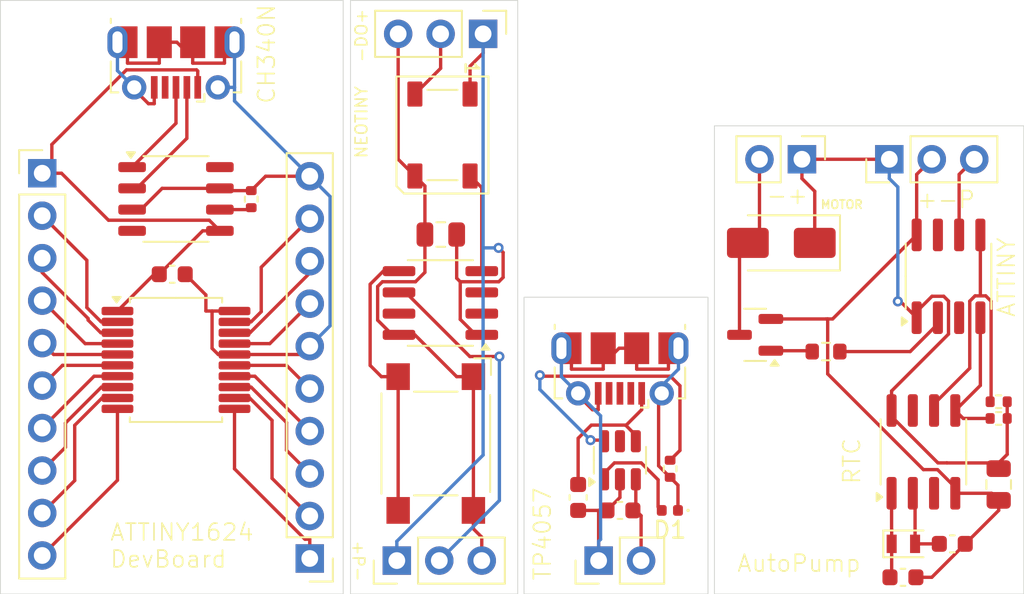
<source format=kicad_pcb>
(kicad_pcb (version 20241229) (generator "pcbnew") (generator_version "9.0")
  (title_block (title "Kitchen Sink") (rev "1.0") (company "LemonGravy") (comment 1 "MangyCat"))
  (layers (0 "F.Cu" signal) (2 "B.Cu" signal) (13 "F.Paste" user) (15 "B.Paste" user) (5 "F.SilkS" user "F.Silkscreen") (7 "B.SilkS" user "B.Silkscreen") (1 "F.Mask" user) (3 "B.Mask" user) (25 "Edge.Cuts" user))
  (net 0 "")
  (net 1 "Net-(D1-K)")
  (net 2 "Net-(D1-A)")
  (net 3 "15")
  (net 4 "14")
  (net 5 "18")
  (net 6 "17")
  (net 7 "19")
  (net 8 "12")
  (net 9 "11")
  (net 10 "16")
  (net 11 "13")
  (net 12 "2")
  (net 13 "8")
  (net 14 "10")
  (net 15 "6")
  (net 16 "1")
  (net 17 "4")
  (net 18 "5")
  (net 19 "9")
  (net 20 "7")
  (net 21 "3")
  (net 22 "Net-(U1-PROG)")
  (net 24 "Net-(J2-Pin_2)")
  (net 25 "Net-(U5-OSCO)")
  (net 26 "GND")
  (net 27 "Net-(U5-OSCI)")
  (net 28 "VCC")
  (net 29 "mprog")
  (net 30 "Net-(Q1-G)")
  (net 31 "motormcu")
  (net 32 "msda")
  (net 34 "mscl")
  (net 38 "neognd")
  (net 39 "neovcc")
  (net 40 "neodout")
  (net 41 "neoprog")
  (net 42 "Net-(U6-PA2)")
  (net 46 "Net-(J9-VBUS)")
  (net 47 "Net-(D3-A)")
  (net 48 "Net-(D4-DIN)")
  (net 52 "Net-(J10-D+)")
  (net 54 "Net-(J10-D-)")
  (net 55 "Net-(U7-TXD)")
  (footprint "Package_SO:SSOP-20_5.3x7.2mm_P0.65mm" (layer "F.Cu") (at 136.8425 101.6948)
    (property "Reference" "U2" (hide yes))
    (property "Value" "ATtiny1626-X" (hide yes))
  )
  (footprint "Capacitor_SMD:C_0603_1608Metric" (layer "F.Cu") (at 180.3175 114.6948 180)
    (property "Reference" "C2" (hide yes))
    (property "Value" "22pf" (hide yes))
  )
  (footprint "Package_SO:SOP-8_3.9x4.9mm_P1.27mm" (layer "F.Cu") (at 136.8425 92.0698)
    (property "Reference" "U7" (hide yes))
    (property "Value" "CH340N" (hide yes))
  )
  (footprint "Capacitor_SMD:C_0805_2012Metric" (layer "F.Cu") (at 152.6791 94.1948 180)
    (property "Reference" "C7" (hide yes))
    (property "Value" "1uf")
  )
  (footprint "Package_SO:SOIC-8_3.9x4.9mm_P1.27mm" (layer "F.Cu") (at 152.6541 98.2898 180)
    (property "Reference" "U6" (hide yes))
    (property "Value" "ATtiny402-SS" (hide yes))
  )
  (footprint "Resistor_SMD:R_0402_1005Metric" (layer "F.Cu") (at 186.0425 104.1948 180)
    (property "Reference" "R6" (hide yes))
    (property "Value" "4700R" (hide yes))
  )
  (footprint "Package_TO_SOT_SMD:SOT-23" (layer "F.Cu") (at 171.48 100.1948 180)
    (property "Reference" "Q1" (hide yes))
    (property "Value" "AO3400A" (hide yes))
  )
  (footprint "Connector_PinHeader_2.54mm:PinHeader_1x10_P2.54mm_Vertical" (layer "F.Cu") (at 128.8425 90.5298)
    (property "Reference" "J5" (hide yes))
    (property "Value" "Conn_01x10_Pin" (hide yes))
  )
  (footprint "Resistor_SMD:R_0402_1005Metric" (layer "F.Cu") (at 186.0425 105.1948 180)
    (property "Reference" "R7" (hide yes))
    (property "Value" "4700R" (hide yes))
  )
  (footprint "Connector_USB:USB_Micro-B_Molex-105017-0001" (layer "F.Cu") (at 163.3925 102.2323 180)
    (property "Reference" "J9" (hide yes))
    (property "Value" "USB_B_Micro" (hide yes))
  )
  (footprint "Capacitor_SMD:C_0603_1608Metric" (layer "F.Cu") (at 136.6175 96.5698 180)
    (property "Reference" "C5" (hide yes))
    (property "Value" "1uF" (hide yes))
  )
  (footprint "Capacitor_SMD:C_0603_1608Metric" (layer "F.Cu") (at 183.2675 112.6948)
    (property "Reference" "C1" (hide yes))
    (property "Value" "22pf" (hide yes))
  )
  (footprint "Resistor_SMD:R_0402_1005Metric" (layer "F.Cu") (at 166.3925 108.2048 90)
    (property "Reference" "R1" (hide yes))
    (property "Value" "3000R" (hide yes))
  )
  (footprint "Connector_PinHeader_2.54mm:PinHeader_1x10_P2.54mm_Vertical" (layer "F.Cu") (at 144.8425 113.5698 180)
    (property "Reference" "J4" (hide yes))
    (property "Value" "Conn_01x10_Pin" (hide yes))
  )
  (footprint "Capacitor_SMD:C_0805_2012Metric" (layer "F.Cu") (at 186.0425 109.1448 90)
    (property "Reference" "C6" (hide yes))
    (property "Value" "1uf" (hide yes))
  )
  (footprint "Capacitor_SMD:C_0603_1608Metric" (layer "F.Cu") (at 160.8925 109.9198 90)
    (property "Reference" "C3" (hide yes))
    (property "Value" "1uF" (hide yes))
  )
  (footprint "Connector_PinHeader_2.54mm:PinHeader_1x02_P2.54mm_Vertical" (layer "F.Cu") (at 162.1175 113.6948 90)
    (property "Reference" "J2" (hide yes))
    (property "Value" "Conn_01x02_Socket" (hide yes))
  )
  (footprint "LED_SMD:LED_0402_1005Metric" (layer "F.Cu") (at 166.3775 110.6948 180)
    (property "Reference" "D1")
    (property "Value" "LED")
  )
  (footprint "Connector_PinHeader_2.54mm:PinHeader_1x03_P2.54mm_Vertical" (layer "F.Cu") (at 179.5025 89.6948 90)
    (property "Reference" "J3" (hide yes))
    (property "Value" "Conn_01x03_Pin" (hide yes))
  )
  (footprint "Package_SO:SOIC-8_3.9x4.9mm_P1.27mm" (layer "F.Cu") (at 183.0425 96.6948 90)
    (property "Reference" "U4" (hide yes))
    (property "Value" "ATtiny402-SS" (hide yes))
  )
  (footprint "Button_Switch_SMD:SW_SPST_Omron_B3FS-100xP" (layer "F.Cu") (at 152.3791 106.6948 -90)
    (property "Reference" "SW1" (hide yes))
    (property "Value" "SW_Omron_B3FS" (hide yes))
  )
  (footprint "Connector_USB:USB_Micro-B_Molex-105017-0001" (layer "F.Cu") (at 136.8425 83.9323 180)
    (property "Reference" "J10" (hide yes))
    (property "Value" "USB_B_Micro" (hide yes))
  )
  (footprint "Package_SO:SOIC-8_3.9x4.9mm_P1.27mm" (layer "F.Cu") (at 181.5425 107.1948 90)
    (property "Reference" "U5" (hide yes))
    (property "Value" "PCF8563T" (hide yes))
  )
  (footprint "LED_SMD:LED_WS2812B_PLCC4_5.0x5.0mm_P3.2mm" (layer "F.Cu") (at 152.7791 88.2448 -90)
    (property "Reference" "D4" (hide yes))
    (property "Value" "WS2812B" (hide yes))
  )
  (footprint "Resistor_SMD:R_0402_1005Metric" (layer "F.Cu") (at 141.3425 92.0798 -90)
    (property "Reference" "R4" (hide yes))
    (property "Value" "4700R")
  )
  (footprint "Resistor_SMD:R_0603_1608Metric" (layer "F.Cu") (at 175.7175 101.1948)
    (property "Reference" "R5" (hide yes))
    (property "Value" "220R" (hide yes))
  )
  (footprint "Connector_PinHeader_2.54mm:PinHeader_1x03_P2.54mm_Vertical" (layer "F.Cu") (at 155.2091 82.1948 -90)
    (property "Reference" "J7" (hide yes))
    (property "Value" "Conn_01x03_Pin" (hide yes))
  )
  (footprint "Capacitor_SMD:C_0603_1608Metric" (layer "F.Cu") (at 163.3925 110.6948 180)
    (property "Reference" "C4" (hide yes))
    (property "Value" "1uF" (hide yes))
  )
  (footprint "Crystal:Crystal_SMD_2012-2Pin_2.0x1.2mm" (layer "F.Cu") (at 180.3425 112.6948)
    (property "Reference" "Y1" (hide yes))
    (property "Value" "32.768khz" (hide yes))
  )
  (footprint "Connector_PinHeader_2.54mm:PinHeader_1x03_P2.54mm_Vertical" (layer "F.Cu") (at 150.0491 113.6948 90)
    (property "Reference" "J8" (hide yes))
    (property "Value" "Conn_01x03_Pin" (hide yes))
  )
  (footprint "Diode_SMD:D_SMA" (layer "F.Cu") (at 173.0425 94.6948 180)
    (property "Reference" "D3" (hide yes))
    (property "Value" "B160-E3" (hide yes))
  )
  (footprint "Connector_PinHeader_2.54mm:PinHeader_1x02_P2.54mm_Vertical" (layer "F.Cu") (at 174.2775 89.6948 -90)
    (property "Reference" "M1" (hide yes))
    (property "Value" "Motor_DC" (hide yes))
  )
  (footprint "Package_TO_SOT_SMD:TSOT-23-6" (layer "F.Cu") (at 163.3925 107.6948 90)
    (property "Reference" "U1" (hide yes))
    (property "Value" "TP4057" (hide yes))
  )
  (gr_rect (start 147.2791 80.1948) (end 157.2791 115.6948) (stroke (width 0.05)) (fill no) (layer "Edge.Cuts"))
  (gr_rect (start 126.3425 80.1948) (end 146.8425 115.6948) (stroke (width 0.05)) (fill no) (layer "Edge.Cuts"))
  (gr_rect (start 157.6575 97.9448) (end 168.6575 115.6948) (stroke (width 0.05)) (fill no) (layer "Edge.Cuts"))
  (gr_rect (start 169.0425 87.6948) (end 187.5425 115.6948) (stroke (width 0.05)) (fill no) (layer "Edge.Cuts"))
  (gr_text "+-P" (at 181.0925 92.6948 0) (layer "F.SilkS") (effects (font (size 1 1) (thickness 0.1)) (justify left bottom)))
  (gr_text "-+" (at 172.0925 92.4448 0) (layer "F.SilkS") (effects (font (size 1 1) (thickness 0.1)) (justify left bottom)))
  (gr_text "MOTOR\n" (at 175.3425 92.6948 0) (layer "F.SilkS") (effects (font (size 0.5 0.5) (thickness 0.1)) (justify left bottom)))
  (gr_text "CH340N" (at 142.8425 86.4448 90) (layer "F.SilkS") (effects (font (size 1 1) (thickness 0.1)) (justify left bottom)))
  (gr_text "TP4057" (at 159.3425 114.9448 90) (layer "F.SilkS") (effects (font (size 1 1) (thickness 0.1)) (justify left bottom)))
  (gr_text "AutoPump" (at 170.3425 114.4448 0) (layer "F.SilkS") (effects (font (size 1 1) (thickness 0.1)) (justify left bottom)))
  (gr_text "NEOTINY" (at 148.3425 89.6948 90) (layer "F.SilkS") (effects (font (size 0.7 0.7) (thickness 0.1)) (justify left bottom)))
  (gr_text "RTC" (at 177.8425 109.1948 90) (layer "F.SilkS") (effects (font (size 1 1) (thickness 0.1)) (justify left bottom)))
  (gr_text "-DO+" (at 148.3425 83.9448 90) (layer "F.SilkS") (effects (font (size 0.7 0.7) (thickness 0.1)) (justify left bottom)))
  (gr_text "ATTINY1624\nDevBoard" (at 132.8425 114.1948 0) (layer "F.SilkS") (effects (font (size 1 1) (thickness 0.1)) (justify left bottom)))
  (gr_text "+P-" (at 147.3425 112.4448 270) (layer "F.SilkS") (effects (font (size 0.7 0.7) (thickness 0.1)) (justify left bottom)))
  (gr_text "ATTINY" (at 187.0925 99.1948 90) (layer "F.SilkS") (effects (font (size 1 1) (thickness 0.1)) (justify left bottom)))
  (segment (start 162.3925 102.2465) (end 160.4925 102.2465) (width 0.2) (layer "F.Cu") (net 1))
  (segment (start 166.8925 100.9948) (end 166.2925 100.9948) (width 0.2) (layer "F.Cu") (net 1))
  (segment (start 165.8925 103.6948) (end 165.7045 103.8828) (width 0.2) (layer "F.Cu") (net 1))
  (segment (start 165.7045 103.8828) (end 165.7045 108.0268) (width 0.2) (layer "F.Cu") (net 1))
  (segment (start 162.0925 103.6948) (end 162.0925 104.6715) (width 0.2) (layer "F.Cu") (net 1))
  (segment (start 166.8625 110.6948) (end 166.8625 109.1848) (width 0.2) (layer "F.Cu") (net 1))
  (segment (start 162.0925 104.6715) (end 161.747 104.6715) (width 0.2) (layer "F.Cu") (net 1))
  (segment (start 160.4925 100.9948) (end 160.4925 102.2465) (width 0.2) (layer "F.Cu") (net 1))
  (segment (start 166.8625 109.1848) (end 166.3925 108.7148) (width 0.2) (layer "F.Cu") (net 1))
  (segment (start 164.3925 100.9948) (end 164.3925 102.2465) (width 0.2) (layer "F.Cu") (net 1))
  (segment (start 161.747 104.6715) (end 160.8925 103.817) (width 0.2) (layer "F.Cu") (net 1))
  (segment (start 162.6175 110.6948) (end 163.3925 109.9198) (width 0.2) (layer "F.Cu") (net 1))
  (segment (start 165.7045 108.0268) (end 166.3925 108.7148) (width 0.2) (layer "F.Cu") (net 1))
  (segment (start 162.1175 110.6948) (end 162.1175 112.5431) (width 0.2) (layer "F.Cu") (net 1))
  (segment (start 160.8925 103.817) (end 160.8925 103.6948) (width 0.2) (layer "F.Cu") (net 1))
  (segment (start 162.3925 101.6206) (end 162.3925 102.2465) (width 0.2) (layer "F.Cu") (net 1))
  (segment (start 162.715 101.6206) (end 163.3408 100.9948) (width 0.2) (layer "F.Cu") (net 1))
  (segment (start 159.8925 100.9948) (end 160.4925 100.9948) (width 0.2) (layer "F.Cu") (net 1))
  (segment (start 164.3925 100.9948) (end 163.3408 100.9948) (width 0.2) (layer "F.Cu") (net 1))
  (segment (start 162.3925 101.6206) (end 162.715 101.6206) (width 0.2) (layer "F.Cu") (net 1))
  (segment (start 163.3925 109.9198) (end 163.3925 108.8323) (width 0.2) (layer "F.Cu") (net 1))
  (segment (start 164.3925 102.2465) (end 166.2925 102.2465) (width 0.2) (layer "F.Cu") (net 1))
  (segment (start 162.3925 100.9948) (end 162.3925 101.6206) (width 0.2) (layer "F.Cu") (net 1))
  (segment (start 162.1175 113.6948) (end 162.1175 112.5431) (width 0.2) (layer "F.Cu") (net 1))
  (segment (start 160.8925 110.6948) (end 162.1175 110.6948) (width 0.2) (layer "F.Cu") (net 1))
  (segment (start 162.1175 110.6948) (end 162.6175 110.6948) (width 0.2) (layer "F.Cu") (net 1))
  (segment (start 166.2925 100.9948) (end 166.2925 102.2465) (width 0.2) (layer "F.Cu") (net 1))
  (segment (start 162.2348 112.4258) (end 162.2348 105.0371) (width 0.2) (layer "B.Cu") (net 1))
  (segment (start 166.8925 102.2465) (end 165.8925 103.2465) (width 0.2) (layer "B.Cu") (net 1))
  (segment (start 162.2348 105.0371) (end 160.8925 103.6948) (width 0.2) (layer "B.Cu") (net 1))
  (segment (start 162.1175 112.5431) (end 162.2348 112.4258) (width 0.2) (layer "B.Cu") (net 1))
  (segment (start 159.8925 102.6948) (end 159.8925 100.9948) (width 0.2) (layer "B.Cu") (net 1))
  (segment (start 166.8925 100.9948) (end 166.8925 102.2465) (width 0.2) (layer "B.Cu") (net 1))
  (segment (start 162.1175 113.6948) (end 162.1175 112.5431) (width 0.2) (layer "B.Cu") (net 1))
  (segment (start 160.8925 103.6948) (end 159.8925 102.6948) (width 0.2) (layer "B.Cu") (net 1))
  (segment (start 165.8925 103.2465) (end 165.8925 103.6948) (width 0.2) (layer "B.Cu") (net 1))
  (segment (start 165.6742 110.4765) (end 165.8925 110.6948) (width 0.2) (layer "F.Cu") (net 2))
  (segment (start 162.4425 108.8323) (end 162.4425 108.4721) (width 0.2) (layer "F.Cu") (net 2))
  (segment (start 165.6742 108.8618) (end 165.6742 110.4765) (width 0.2) (layer "F.Cu") (net 2))
  (segment (start 163.0615 107.8531) (end 164.6655 107.8531) (width 0.2) (layer "F.Cu") (net 2))
  (segment (start 162.4425 108.4721) (end 163.0615 107.8531) (width 0.2) (layer "F.Cu") (net 2))
  (segment (start 164.6655 107.8531) (end 165.6742 108.8618) (width 0.2) (layer "F.Cu") (net 2))
  (segment (start 140.3425 102.0198) (end 143.4525 102.0198) (width 0.2) (layer "F.Cu") (net 3))
  (segment (start 143.4525 102.0198) (end 144.8425 103.4098) (width 0.2) (layer "F.Cu") (net 3))
  (segment (start 141.5625 102.6698) (end 140.3425 102.6698) (width 0.2) (layer "F.Cu") (net 4))
  (segment (start 144.8425 105.9498) (end 141.5625 102.6698) (width 0.2) (layer "F.Cu") (net 4))
  (segment (start 144.8425 96.4973) (end 141.27 100.0698) (width 0.2) (layer "F.Cu") (net 5))
  (segment (start 144.8425 95.7898) (end 144.8425 96.4973) (width 0.2) (layer "F.Cu") (net 5))
  (segment (start 141.27 100.0698) (end 140.3425 100.0698) (width 0.2) (layer "F.Cu") (net 5))
  (segment (start 142.4525 100.7198) (end 140.3425 100.7198) (width 0.2) (layer "F.Cu") (net 6))
  (segment (start 144.8425 98.3298) (end 142.4525 100.7198) (width 0.2) (layer "F.Cu") (net 6))
  (segment (start 141.9399 98.8106) (end 141.3307 99.4198) (width 0.2) (layer "F.Cu") (net 7))
  (segment (start 141.9399 96.1524) (end 141.9399 98.8106) (width 0.2) (layer "F.Cu") (net 7))
  (segment (start 144.8425 93.2498) (end 141.9399 96.1524) (width 0.2) (layer "F.Cu") (net 7))
  (segment (start 141.3307 99.4198) (end 140.3425 99.4198) (width 0.2) (layer "F.Cu") (net 7))
  (segment (start 140.3425 103.9698) (end 141.2466 103.9698) (width 0.2) (layer "F.Cu") (net 8))
  (segment (start 141.2466 103.9698) (end 142.5871 105.3103) (width 0.2) (layer "F.Cu") (net 8))
  (segment (start 142.5871 105.3103) (end 142.5871 108.7744) (width 0.2) (layer "F.Cu") (net 8))
  (segment (start 142.5871 108.7744) (end 144.8425 111.0298) (width 0.2) (layer "F.Cu") (net 8))
  (segment (start 140.3425 108.206) (end 140.3425 104.6198) (width 0.2) (layer "F.Cu") (net 9))
  (segment (start 144.8425 113.5698) (end 144.8425 112.4181) (width 0.2) (layer "F.Cu") (net 9))
  (segment (start 144.5546 112.4181) (end 140.3425 108.206) (width 0.2) (layer "F.Cu") (net 9))
  (segment (start 144.8425 112.4181) (end 144.5546 112.4181) (width 0.2) (layer "F.Cu") (net 9))
  (segment (start 139.6025 91.5698) (end 141.3425 91.5698) (width 0.2) (layer "F.Cu") (net 10))
  (segment (start 134.2175 92.7048) (end 134.7425 92.7048) (width 0.2) (layer "F.Cu") (net 10))
  (segment (start 137.52 83.3206) (end 136.8942 82.6948) (width 0.2) (layer "F.Cu") (net 10))
  (segment (start 135.8425 82.6948) (end 136.8942 82.6948) (width 0.2) (layer "F.Cu") (net 10))
  (segment (start 133.9425 82.6948) (end 133.9425 83.9465) (width 0.2) (layer "F.Cu") (net 10))
  (segment (start 139 101) (end 139.3698 101.3698) (width 0.2) (layer "F.Cu") (net 10))
  (segment (start 136.0125 91.4348) (end 139.4675 91.4348) (width 0.2) (layer "F.Cu") (net 10))
  (segment (start 135.8425 83.9465) (end 133.9425 83.9465) (width 0.2) (layer "F.Cu") (net 10))
  (segment (start 141.3425 91.5698) (end 142.2025 90.7098) (width 0.2) (layer "F.Cu") (net 10))
  (segment (start 137.8425 83.9465) (end 139.7425 83.9465) (width 0.2) (layer "F.Cu") (net 10))
  (segment (start 138.6302 98.7698) (end 138.6302 97.8075) (width 0.2) (layer "F.Cu") (net 10))
  (segment (start 139 98.7698) (end 138.6302 98.7698) (width 0.2) (layer "F.Cu") (net 10))
  (segment (start 134.3425 85.517) (end 135.197 86.3715) (width 0.2) (layer "F.Cu") (net 10))
  (segment (start 140.3425 98.7698) (end 139 98.7698) (width 0.2) (layer "F.Cu") (net 10))
  (segment (start 137.8425 83.3206) (end 137.8425 83.9465) (width 0.2) (layer "F.Cu") (net 10))
  (segment (start 133.9425 82.6948) (end 133.3425 82.6948) (width 0.2) (layer "F.Cu") (net 10))
  (segment (start 144.3425 101.3698) (end 144.8425 100.8698) (width 0.2) (layer "F.Cu") (net 10))
  (segment (start 140.3425 101.3698) (end 144.3425 101.3698) (width 0.2) (layer "F.Cu") (net 10))
  (segment (start 138.6302 97.8075) (end 137.3925 96.5698) (width 0.2) (layer "F.Cu") (net 10))
  (segment (start 139.3698 101.3698) (end 140.3425 101.3698) (width 0.2) (layer "F.Cu") (net 10))
  (segment (start 142.2025 90.7098) (end 144.8425 90.7098) (width 0.2) (layer "F.Cu") (net 10))
  (segment (start 137.8425 82.6948) (end 137.8425 83.3206) (width 0.2) (layer "F.Cu") (net 10))
  (segment (start 140.3425 82.6948) (end 139.7425 82.6948) (width 0.2) (layer "F.Cu") (net 10))
  (segment (start 135.197 86.3715) (end 135.5425 86.3715) (width 0.2) (layer "F.Cu") (net 10))
  (segment (start 139.7425 82.6948) (end 139.7425 83.9465) (width 0.2) (layer "F.Cu") (net 10))
  (segment (start 134.7425 92.7048) (end 136.0125 91.4348) (width 0.2) (layer "F.Cu") (net 10))
  (segment (start 135.5425 85.3948) (end 135.5425 86.3715) (width 0.2) (layer "F.Cu") (net 10))
  (segment (start 135.8425 82.6948) (end 135.8425 83.9465) (width 0.2) (layer "F.Cu") (net 10))
  (segment (start 139 98.7698) (end 139 101) (width 0.2) (layer "F.Cu") (net 10))
  (segment (start 134.3425 85.3948) (end 134.3425 85.517) (width 0.2) (layer "F.Cu") (net 10))
  (segment (start 137.8425 83.3206) (end 137.52 83.3206) (width 0.2) (layer "F.Cu") (net 10))
  (segment (start 139.4675 91.4348) (end 139.6025 91.5698) (width 0.2) (layer "F.Cu") (net 10))
  (segment (start 140.3425 86.2098) (end 140.3425 85.3948) (width 0.2) (layer "B.Cu") (net 10))
  (segment (start 144.8425 100.8698) (end 146.0586 99.6537) (width 0.2) (layer "B.Cu") (net 10))
  (segment (start 144.8425 90.7098) (end 140.3425 86.2098) (width 0.2) (layer "B.Cu") (net 10))
  (segment (start 139.3425 85.3948) (end 140.3425 85.3948) (width 0.2) (layer "B.Cu") (net 10))
  (segment (start 146.0586 99.6537) (end 146.0586 91.9259) (width 0.2) (layer "B.Cu") (net 10))
  (segment (start 140.3425 85.3948) (end 140.3425 82.6948) (width 0.2) (layer "B.Cu") (net 10))
  (segment (start 146.0586 91.9259) (end 144.8425 90.7098) (width 0.2) (layer "B.Cu") (net 10))
  (segment (start 133.3425 84.3948) (end 133.3425 82.6948) (width 0.2) (layer "B.Cu") (net 10))
  (segment (start 134.3425 85.3948) (end 133.3425 84.3948) (width 0.2) (layer "B.Cu") (net 10))
  (segment (start 144.8425 108.4898) (end 143.4527 107.1) (width 0.2) (layer "F.Cu") (net 11))
  (segment (start 141.3328 103.3198) (end 140.3425 103.3198) (width 0.2) (layer "F.Cu") (net 11))
  (segment (start 143.4527 107.1) (end 143.4527 105.4397) (width 0.2) (layer "F.Cu") (net 11))
  (segment (start 143.4527 105.4397) (end 141.3328 103.3198) (width 0.2) (layer "F.Cu") (net 11))
  (segment (start 131.5117 98.563) (end 132.3685 99.4198) (width 0.2) (layer "F.Cu") (net 12))
  (segment (start 128.8425 93.0698) (end 131.5117 95.739) (width 0.2) (layer "F.Cu") (net 12))
  (segment (start 132.3685 99.4198) (end 133.3425 99.4198) (width 0.2) (layer "F.Cu") (net 12))
  (segment (start 131.5117 95.739) (end 131.5117 98.563) (width 0.2) (layer "F.Cu") (net 12))
  (segment (start 133.3425 103.3198) (end 132.3829 103.3198) (width 0.2) (layer "F.Cu") (net 13))
  (segment (start 132.3829 103.3198) (end 130.2323 105.4704) (width 0.2) (layer "F.Cu") (net 13))
  (segment (start 130.2323 105.4704) (end 130.2323 106.92) (width 0.2) (layer "F.Cu") (net 13))
  (segment (start 130.2323 106.92) (end 128.8425 108.3098) (width 0.2) (layer "F.Cu") (net 13))
  (segment (start 128.8425 113.3898) (end 133.3425 108.8898) (width 0.2) (layer "F.Cu") (net 14))
  (segment (start 133.3425 108.8898) (end 133.3425 104.6198) (width 0.2) (layer "F.Cu") (net 14))
  (segment (start 130.0525 102.0198) (end 133.3425 102.0198) (width 0.2) (layer "F.Cu") (net 15))
  (segment (start 128.8425 103.2298) (end 130.0525 102.0198) (width 0.2) (layer "F.Cu") (net 15))
  (segment (start 138.0726 84.3482) (end 138.1425 84.4181) (width 0.2) (layer "F.Cu") (net 16))
  (segment (start 133.88 84.3482) (end 138.0726 84.3482) (width 0.2) (layer "F.Cu") (net 16))
  (segment (start 138.1425 85.3948) (end 138.1425 84.4181) (width 0.2) (layer "F.Cu") (net 16))
  (segment (start 129.4184 90.5298) (end 129.9942 90.5298) (width 0.2) (layer "F.Cu") (net 16))
  (segment (start 139.4675 93.9748) (end 138.4375 93.9748) (width 0.2) (layer "F.Cu") (net 16))
  (segment (start 135.5425 96.5698) (end 133.3425 98.7698) (width 0.2) (layer "F.Cu") (net 16))
  (segment (start 132.8042 93.3398) (end 138.8325 93.3398) (width 0.2) (layer "F.Cu") (net 16))
  (segment (start 138.4375 93.9748) (end 135.8425 96.5698) (width 0.2) (layer "F.Cu") (net 16))
  (segment (start 138.8325 93.3398) (end 139.4675 93.9748) (width 0.2) (layer "F.Cu") (net 16))
  (segment (start 129.9942 90.5298) (end 132.8042 93.3398) (width 0.2) (layer "F.Cu") (net 16))
  (segment (start 128.8425 90.5298) (end 129.4184 90.5298) (width 0.2) (layer "F.Cu") (net 16))
  (segment (start 129.4184 90.5298) (end 129.4184 88.8098) (width 0.2) (layer "F.Cu") (net 16))
  (segment (start 129.4184 88.8098) (end 133.88 84.3482) (width 0.2) (layer "F.Cu") (net 16))
  (segment (start 135.8425 96.5698) (end 135.5425 96.5698) (width 0.2) (layer "F.Cu") (net 16))
  (segment (start 131.4125 100.7198) (end 133.3425 100.7198) (width 0.2) (layer "F.Cu") (net 17))
  (segment (start 128.8425 98.1498) (end 131.4125 100.7198) (width 0.2) (layer "F.Cu") (net 17))
  (segment (start 133.3425 101.3698) (end 129.5225 101.3698) (width 0.2) (layer "F.Cu") (net 18))
  (segment (start 129.5225 101.3698) (end 128.8425 100.6898) (width 0.2) (layer "F.Cu") (net 18))
  (segment (start 128.8425 110.8498) (end 130.7854 108.9069) (width 0.2) (layer "F.Cu") (net 19))
  (segment (start 130.7854 105.6052) (end 132.4208 103.9698) (width 0.2) (layer "F.Cu") (net 19))
  (segment (start 132.4208 103.9698) (end 133.3425 103.9698) (width 0.2) (layer "F.Cu") (net 19))
  (segment (start 130.7854 108.9069) (end 130.7854 105.6052) (width 0.2) (layer "F.Cu") (net 19))
  (segment (start 131.9425 102.6698) (end 128.8425 105.7698) (width 0.2) (layer "F.Cu") (net 20))
  (segment (start 133.3425 102.6698) (end 131.9425 102.6698) (width 0.2) (layer "F.Cu") (net 20))
  (segment (start 128.8425 96.4717) (end 131.585 99.2142) (width 0.2) (layer "F.Cu") (net 21))
  (segment (start 131.585 99.3087) (end 132.3461 100.0698) (width 0.2) (layer "F.Cu") (net 21))
  (segment (start 131.585 99.2142) (end 131.585 99.3087) (width 0.2) (layer "F.Cu") (net 21))
  (segment (start 128.8425 95.6098) (end 128.8425 96.4717) (width 0.2) (layer "F.Cu") (net 21))
  (segment (start 132.3461 100.0698) (end 133.3425 100.0698) (width 0.2) (layer "F.Cu") (net 21))
  (segment (start 166.9821 103.2423) (end 166.4079 102.6681) (width 0.2) (layer "F.Cu") (net 22))
  (segment (start 166.9821 107.1052) (end 166.9821 103.2423) (width 0.2) (layer "F.Cu") (net 22))
  (segment (start 162.4425 106.5573) (end 162.3766 106.4914) (width 0.2) (layer "F.Cu") (net 22))
  (segment (start 158.6606 102.6681) (end 158.604 102.6115) (width 0.2) (layer "F.Cu") (net 22))
  (segment (start 158.604 102.6115) (end 158.6606 102.6681) (width 0.2) (layer "F.Cu") (net 22))
  (segment (start 158.6606 102.6681) (end 158.604 102.6115) (width 0.2) (layer "F.Cu") (net 22))
  (segment (start 166.4079 102.6681) (end 158.6606 102.6681) (width 0.2) (layer "F.Cu") (net 22))
  (segment (start 166.3925 107.6948) (end 166.9821 107.1052) (width 0.2) (layer "F.Cu") (net 22))
  (segment (start 162.3766 106.4914) (end 161.6331 106.4914) (width 0.2) (layer "F.Cu") (net 22))
  (via (at 158.604 102.6115) (size 0.6) (drill 0.3) (layers "F.Cu" "B.Cu") (net 22))
  (via (at 161.6331 106.4914) (size 0.6) (drill 0.3) (layers "F.Cu" "B.Cu") (net 22))
  (segment (start 158.604 103.4623) (end 161.6331 106.4914) (width 0.2) (layer "B.Cu") (net 22))
  (segment (start 158.6606 102.6681) (end 158.604 102.6115) (width 0.2) (layer "B.Cu") (net 22))
  (segment (start 158.604 102.6115) (end 158.6606 102.6681) (width 0.2) (layer "B.Cu") (net 22))
  (segment (start 158.604 102.6115) (end 158.604 103.4623) (width 0.2) (layer "B.Cu") (net 22))
  (segment (start 164.6575 111.0098) (end 164.6575 113.6948) (width 0.2) (layer "F.Cu") (net 24))
  (segment (start 164.3425 110.6948) (end 164.6575 111.0098) (width 0.2) (layer "F.Cu") (net 24))
  (segment (start 164.3425 110.6948) (end 164.3425 108.8323) (width 0.2) (layer "F.Cu") (net 24))
  (segment (start 164.1675 110.6948) (end 164.3425 110.6948) (width 0.2) (layer "F.Cu") (net 24))
  (segment (start 181.0425 112.6948) (end 182.4925 112.6948) (width 0.2) (layer "F.Cu") (net 25))
  (segment (start 181.0425 109.8048) (end 180.9075 109.6698) (width 0.2) (layer "F.Cu") (net 25))
  (segment (start 181.0425 112.6948) (end 181.0425 109.8048) (width 0.2) (layer "F.Cu") (net 25))
  (segment (start 182.3848 108.2547) (end 183.4475 109.3174) (width 0.2) (layer "F.Cu") (net 26))
  (segment (start 175.8162 99.2448) (end 175.7175 99.2448) (width 0.2) (layer "F.Cu") (net 26))
  (segment (start 184.0425 112.6948) (end 186.0425 110.6948) (width 0.2) (layer "F.Cu") (net 26))
  (segment (start 181.5408 108.2547) (end 182.3848 108.2547) (width 0.2) (layer "F.Cu") (net 26))
  (segment (start 175.8162 99.2448) (end 175.8162 102.5301) (width 0.2) (layer "F.Cu") (net 26))
  (segment (start 175.7175 99.2448) (end 172.4175 99.2448) (width 0.2) (layer "F.Cu") (net 26))
  (segment (start 185.6175 109.6698) (end 186.0425 110.0948) (width 0.2) (layer "F.Cu") (net 26))
  (segment (start 181.1375 90.5998) (end 181.1375 94.2198) (width 0.2) (layer "F.Cu") (net 26))
  (segment (start 181.1375 94.2198) (end 176.1125 99.2448) (width 0.2) (layer "F.Cu") (net 26))
  (segment (start 186.0425 110.6948) (end 186.0425 110.0948) (width 0.2) (layer "F.Cu") (net 26))
  (segment (start 176.1125 99.2448) (end 175.8162 99.2448) (width 0.2) (layer "F.Cu") (net 26))
  (segment (start 182.0425 89.6948) (end 181.1375 90.5998) (width 0.2) (layer "F.Cu") (net 26))
  (segment (start 175.8162 102.5301) (end 181.5408 108.2547) (width 0.2) (layer "F.Cu") (net 26))
  (segment (start 182.0425 114.6948) (end 184.0425 112.6948) (width 0.2) (layer "F.Cu") (net 26))
  (segment (start 183.4475 109.3174) (end 183.4475 109.6698) (width 0.2) (layer "F.Cu") (net 26))
  (segment (start 181.0925 114.6948) (end 182.0425 114.6948) (width 0.2) (layer "F.Cu") (net 26))
  (segment (start 183.4475 109.6698) (end 185.6175 109.6698) (width 0.2) (layer "F.Cu") (net 26))
  (segment (start 179.5425 114.6948) (end 179.6425 114.5948) (width 0.2) (layer "F.Cu") (net 27))
  (segment (start 179.6375 109.6698) (end 179.6375 111.8381) (width 0.2) (layer "F.Cu") (net 27))
  (segment (start 179.6425 112.6948) (end 179.6425 111.8431) (width 0.2) (layer "F.Cu") (net 27))
  (segment (start 179.6375 111.8381) (end 179.6425 111.8431) (width 0.2) (layer "F.Cu") (net 27))
  (segment (start 179.6425 114.5948) (end 179.6425 112.6948) (width 0.2) (layer "F.Cu") (net 27))
  (segment (start 186.0425 107.8545) (end 186.5525 107.3445) (width 0.2) (layer "F.Cu") (net 28))
  (segment (start 182.4089 107.853) (end 179.6375 105.0816) (width 0.2) (layer "F.Cu") (net 28))
  (segment (start 179.6375 105.0816) (end 179.6375 104.7198) (width 0.2) (layer "F.Cu") (net 28))
  (segment (start 174.2775 90.8465) (end 175.0425 91.6115) (width 0.2) (layer "F.Cu") (net 28))
  (segment (start 179.6375 103.5545) (end 183.0425 100.1495) (width 0.2) (layer "F.Cu") (net 28))
  (segment (start 186.5525 107.3445) (end 186.5525 105.1948) (width 0.2) (layer "F.Cu") (net 28))
  (segment (start 179.6375 104.7198) (end 179.6375 103.5545) (width 0.2) (layer "F.Cu") (net 28))
  (segment (start 183.0425 100.1495) (end 183.0425 98.1752) (width 0.2) (layer "F.Cu") (net 28))
  (segment (start 182.7548 97.8875) (end 182.054 97.8875) (width 0.2) (layer "F.Cu") (net 28))
  (segment (start 186.5525 104.1948) (end 186.5525 105.1948) (width 0.2) (layer "F.Cu") (net 28))
  (segment (start 182.9461 107.8545) (end 182.9446 107.853) (width 0.2) (layer "F.Cu") (net 28))
  (segment (start 180.0119 98.1944) (end 180.1621 98.1944) (width 0.2) (layer "F.Cu") (net 28))
  (segment (start 180.9546 98.9869) (end 181.1375 99.1698) (width 0.2) (layer "F.Cu") (net 28))
  (segment (start 182.054 97.8875) (end 180.9546 98.9869) (width 0.2) (layer "F.Cu") (net 28))
  (segment (start 183.0425 98.1752) (end 182.7548 97.8875) (width 0.2) (layer "F.Cu") (net 28))
  (segment (start 179.5025 89.6948) (end 174.2775 89.6948) (width 0.2) (layer "F.Cu") (net 28))
  (segment (start 186.0425 108.1948) (end 186.0425 107.8545) (width 0.2) (layer "F.Cu") (net 28))
  (segment (start 186.0425 107.8545) (end 182.9461 107.8545) (width 0.2) (layer "F.Cu") (net 28))
  (segment (start 180.1621 98.1944) (end 180.9546 98.9869) (width 0.2) (layer "F.Cu") (net 28))
  (segment (start 175.0425 91.6115) (end 175.0425 94.6948) (width 0.2) (layer "F.Cu") (net 28))
  (segment (start 174.2775 89.6948) (end 174.2775 90.8465) (width 0.2) (layer "F.Cu") (net 28))
  (segment (start 182.9446 107.853) (end 182.4089 107.853) (width 0.2) (layer "F.Cu") (net 28))
  (via (at 180.0119 98.1944) (size 0.6) (drill 0.3) (layers "F.Cu" "B.Cu") (net 28))
  (segment (start 180.0119 91.3559) (end 180.0119 98.1944) (width 0.2) (layer "B.Cu") (net 28))
  (segment (start 179.5025 90.8465) (end 180.0119 91.3559) (width 0.2) (layer "B.Cu") (net 28))
  (segment (start 179.5025 89.6948) (end 179.5025 90.8465) (width 0.2) (layer "B.Cu") (net 28))
  (segment (start 183.6775 90.5998) (end 183.6775 94.2198) (width 0.2) (layer "F.Cu") (net 29))
  (segment (start 184.5825 89.6948) (end 183.6775 90.5998) (width 0.2) (layer "F.Cu") (net 29))
  (segment (start 172.4175 101.1448) (end 174.8425 101.1448) (width 0.2) (layer "F.Cu") (net 30))
  (segment (start 174.8425 101.1448) (end 174.8925 101.1948) (width 0.2) (layer "F.Cu") (net 30))
  (segment (start 176.5425 101.1948) (end 180.7518 101.1948) (width 0.2) (layer "F.Cu") (net 31))
  (segment (start 180.7518 101.1948) (end 182.4075 99.5391) (width 0.2) (layer "F.Cu") (net 31))
  (segment (start 182.4075 99.5391) (end 182.4075 99.1698) (width 0.2) (layer "F.Cu") (net 31))
  (segment (start 184.9475 99.1698) (end 184.9475 103.2198) (width 0.2) (layer "F.Cu") (net 32))
  (segment (start 183.9225 105.1948) (end 185.5325 105.1948) (width 0.2) (layer "F.Cu") (net 32))
  (segment (start 183.4475 104.7198) (end 183.9225 105.1948) (width 0.2) (layer "F.Cu") (net 32))
  (segment (start 184.9475 103.2198) (end 183.4475 104.7198) (width 0.2) (layer "F.Cu") (net 32))
  (segment (start 184.9475 97.8635) (end 185.2697 97.8635) (width 0.2) (layer "F.Cu") (net 34))
  (segment (start 182.1775 104.326) (end 182.1775 104.7198) (width 0.2) (layer "F.Cu") (net 34))
  (segment (start 184.3125 98.1809) (end 184.3125 102.191) (width 0.2) (layer "F.Cu") (net 34))
  (segment (start 185.5887 98.1825) (end 185.5887 104.1386) (width 0.2) (layer "F.Cu") (net 34))
  (segment (start 184.9475 94.2198) (end 184.9475 97.8635) (width 0.2) (layer "F.Cu") (net 34))
  (segment (start 185.5887 104.1386) (end 185.5325 104.1948) (width 0.2) (layer "F.Cu") (net 34))
  (segment (start 184.3125 102.191) (end 182.1775 104.326) (width 0.2) (layer "F.Cu") (net 34))
  (segment (start 184.6299 97.8635) (end 184.3125 98.1809) (width 0.2) (layer "F.Cu") (net 34))
  (segment (start 185.2697 97.8635) (end 185.5887 98.1825) (width 0.2) (layer "F.Cu") (net 34))
  (segment (start 184.9475 97.8635) (end 184.6299 97.8635) (width 0.2) (layer "F.Cu") (net 34))
  (segment (start 151.1643 97.0198) (end 149.1859 97.0198) (width 0.2) (layer "F.Cu") (net 38))
  (segment (start 151.7291 91.2948) (end 151.7291 94.1948) (width 0.2) (layer "F.Cu") (net 38))
  (segment (start 153.6274 102.6948) (end 151.1274 100.1948) (width 0.2) (layer "F.Cu") (net 38))
  (segment (start 150.1291 89.6948) (end 151.1291 90.6948) (width 0.2) (layer "F.Cu") (net 38))
  (segment (start 151.1274 100.1948) (end 150.1791 100.1948) (width 0.2) (layer "F.Cu") (net 38))
  (segment (start 151.7291 94.1948) (end 151.7291 96.455) (width 0.2) (layer "F.Cu") (net 38))
  (segment (start 155.1291 112.2965) (end 155.1291 113.6948) (width 0.2) (layer "F.Cu") (net 38))
  (segment (start 148.9018 97.3039) (end 148.9018 99.3162) (width 0.2) (layer "F.Cu") (net 38))
  (segment (start 154.6291 102.6948) (end 153.6274 102.6948) (width 0.2) (layer "F.Cu") (net 38))
  (segment (start 150.1291 82.1948) (end 150.1291 89.6948) (width 0.2) (layer "F.Cu") (net 38))
  (segment (start 149.1859 97.0198) (end 148.9018 97.3039) (width 0.2) (layer "F.Cu") (net 38))
  (segment (start 151.7291 96.455) (end 151.1643 97.0198) (width 0.2) (layer "F.Cu") (net 38))
  (segment (start 148.9018 99.3162) (end 149.7804 100.1948) (width 0.2) (layer "F.Cu") (net 38))
  (segment (start 154.6291 110.6948) (end 154.6291 111.7965) (width 0.2) (layer "F.Cu") (net 38))
  (segment (start 154.6291 111.7965) (end 155.1291 112.2965) (width 0.2) (layer "F.Cu") (net 38))
  (segment (start 151.1291 90.6948) (end 151.7291 91.2948) (width 0.2) (layer "F.Cu") (net 38))
  (segment (start 149.7804 100.1948) (end 150.1791 100.1948) (width 0.2) (layer "F.Cu") (net 38))
  (segment (start 154.6291 110.6948) (end 154.6291 102.6948) (width 0.2) (layer "F.Cu") (net 38))
  (segment (start 153.6291 96.8064) (end 153.8425 97.0198) (width 0.2) (layer "F.Cu") (net 39))
  (segment (start 153.8425 97.0198) (end 156.1467 97.0198) (width 0.2) (layer "F.Cu") (net 39))
  (segment (start 156.4064 95.2664) (end 156.1331 94.9931) (width 0.2) (layer "F.Cu") (net 39))
  (segment (start 154.4291 85.7948) (end 154.4291 84.1265) (width 0.2) (layer "F.Cu") (net 39))
  (segment (start 156.1467 97.0198) (end 156.4064 96.7601) (width 0.2) (layer "F.Cu") (net 39))
  (segment (start 154.4291 84.1265) (end 155.2091 83.3465) (width 0.2) (layer "F.Cu") (net 39))
  (segment (start 156.4064 96.7601) (end 156.4064 95.2664) (width 0.2) (layer "F.Cu") (net 39))
  (segment (start 153.6291 94.1948) (end 153.6291 96.8064) (width 0.2) (layer "F.Cu") (net 39))
  (segment (start 155.2091 82.1948) (end 155.2091 83.3465) (width 0.2) (layer "F.Cu") (net 39))
  (segment (start 155.1291 100.1948) (end 154.7673 100.1948) (width 0.2) (layer "F.Cu") (net 39))
  (segment (start 154.7673 100.1948) (end 153.8425 99.27) (width 0.2) (layer "F.Cu") (net 39))
  (segment (start 153.8425 99.27) (end 153.8425 97.0198) (width 0.2) (layer "F.Cu") (net 39))
  (via (at 156.1331 94.9931) (size 0.6) (drill 0.3) (layers "F.Cu" "B.Cu") (net 39))
  (segment (start 155.2091 94.9931) (end 155.2091 107.3831) (width 0.2) (layer "B.Cu") (net 39))
  (segment (start 155.2091 107.3831) (end 150.0491 112.5431) (width 0.2) (layer "B.Cu") (net 39))
  (segment (start 155.2091 94.9931) (end 155.2091 82.1948) (width 0.2) (layer "B.Cu") (net 39))
  (segment (start 150.0491 113.6948) (end 150.0491 112.5431) (width 0.2) (layer "B.Cu") (net 39))
  (segment (start 156.1331 94.9931) (end 155.2091 94.9931) (width 0.2) (layer "B.Cu") (net 39))
  (segment (start 152.6691 82.1948) (end 152.6691 84.2548) (width 0.2) (layer "F.Cu") (net 40))
  (segment (start 152.6691 84.2548) (end 151.1291 85.7948) (width 0.2) (layer "F.Cu") (net 40))
  (segment (start 154.4141 101.4911) (end 156.1831 101.4911) (width 0.2) (layer "F.Cu") (net 41))
  (segment (start 150.5778 97.6548) (end 154.4141 101.4911) (width 0.2) (layer "F.Cu") (net 41))
  (segment (start 150.1791 97.6548) (end 150.5778 97.6548) (width 0.2) (layer "F.Cu") (net 41))
  (via (at 156.1831 101.4911) (size 0.6) (drill 0.3) (layers "F.Cu" "B.Cu") (net 41))
  (segment (start 156.1831 101.4911) (end 156.1831 110.1008) (width 0.2) (layer "B.Cu") (net 41))
  (segment (start 156.1831 110.1008) (end 152.5891 113.6948) (width 0.2) (layer "B.Cu") (net 41))
  (segment (start 149.2396 96.3848) (end 148.4532 97.1712) (width 0.2) (layer "F.Cu") (net 42))
  (segment (start 148.4532 97.1712) (end 148.4532 102.0206) (width 0.2) (layer "F.Cu") (net 42))
  (segment (start 150.1291 110.6948) (end 150.1291 102.6948) (width 0.2) (layer "F.Cu") (net 42))
  (segment (start 150.1791 96.3848) (end 149.2396 96.3848) (width 0.2) (layer "F.Cu") (net 42))
  (segment (start 148.4532 102.0206) (end 149.1274 102.6948) (width 0.2) (layer "F.Cu") (net 42))
  (segment (start 150.1291 102.6948) (end 149.1274 102.6948) (width 0.2) (layer "F.Cu") (net 42))
  (segment (start 160.8925 106.3812) (end 160.8925 109.1448) (width 0.2) (layer "F.Cu") (net 46))
  (segment (start 164.3425 106.2051) (end 163.7507 105.6133) (width 0.2) (layer "F.Cu") (net 46))
  (segment (start 161.6812 105.5925) (end 160.8925 106.3812) (width 0.2) (layer "F.Cu") (net 46))
  (segment (start 163.7507 105.6133) (end 164.6925 104.6715) (width 0.2) (layer "F.Cu") (net 46))
  (segment (start 164.3425 106.5573) (end 164.3425 106.2051) (width 0.2) (layer "F.Cu") (net 46))
  (segment (start 163.7299 105.5925) (end 161.6812 105.5925) (width 0.2) (layer "F.Cu") (net 46))
  (segment (start 163.7507 105.6133) (end 163.7299 105.5925) (width 0.2) (layer "F.Cu") (net 46))
  (segment (start 164.6925 103.6948) (end 164.6925 104.6715) (width 0.2) (layer "F.Cu") (net 46))
  (segment (start 171.0425 94.6948) (end 171.7375 93.9998) (width 0.2) (layer "F.Cu") (net 47))
  (segment (start 170.5425 95.1948) (end 171.0425 94.6948) (width 0.2) (layer "F.Cu") (net 47))
  (segment (start 171.7375 93.9998) (end 171.7375 89.6948) (width 0.2) (layer "F.Cu") (net 47))
  (segment (start 170.5425 100.1948) (end 170.5425 95.1948) (width 0.2) (layer "F.Cu") (net 47))
  (segment (start 154.4291 90.6948) (end 155.1291 91.3948) (width 0.2) (layer "F.Cu") (net 48))
  (segment (start 155.1291 91.3948) (end 155.1291 96.3848) (width 0.2) (layer "F.Cu") (net 48))
  (segment (start 134.2175 90.1648) (end 136.8425 87.5398) (width 0.2) (layer "F.Cu") (net 52))
  (segment (start 136.8425 87.5398) (end 136.8425 85.3948) (width 0.2) (layer "F.Cu") (net 52))
  (segment (start 134.2175 91.4348) (end 134.4989 91.4348) (width 0.2) (layer "F.Cu") (net 54))
  (segment (start 137.4925 88.4412) (end 137.4925 85.3948) (width 0.2) (layer "F.Cu") (net 54))
  (segment (start 134.4989 91.4348) (end 137.4925 88.4412) (width 0.2) (layer "F.Cu") (net 54))
  (segment (start 139.4675 92.7048) (end 141.2275 92.7048) (width 0.2) (layer "F.Cu") (net 55))
  (segment (start 141.2275 92.7048) (end 141.3425 92.5898) (width 0.2) (layer "F.Cu") (net 55))
)
</source>
